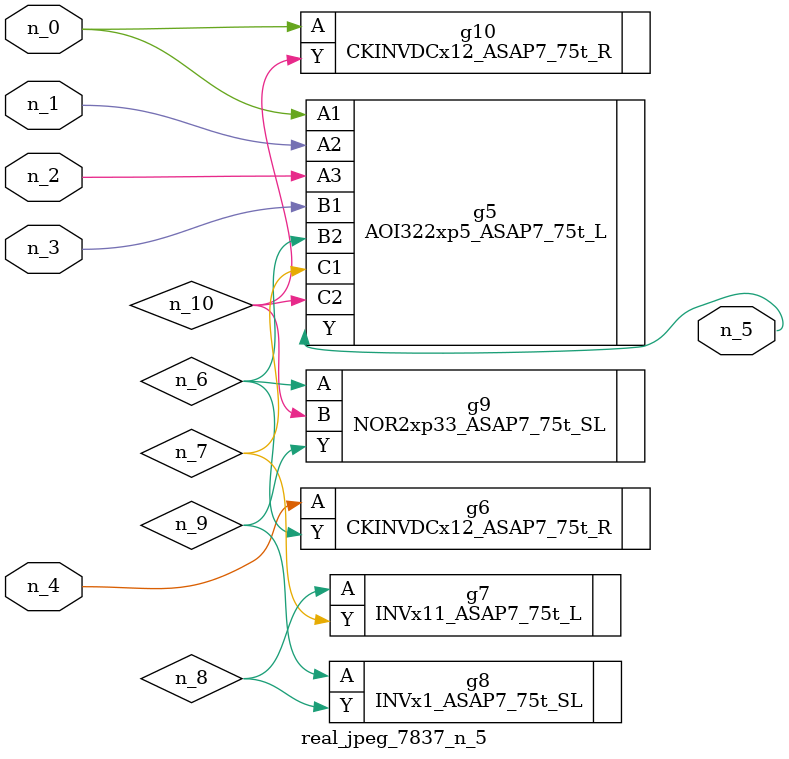
<source format=v>
module real_jpeg_7837_n_5 (n_4, n_0, n_1, n_2, n_3, n_5);

input n_4;
input n_0;
input n_1;
input n_2;
input n_3;

output n_5;

wire n_8;
wire n_6;
wire n_7;
wire n_10;
wire n_9;

AOI322xp5_ASAP7_75t_L g5 ( 
.A1(n_0),
.A2(n_1),
.A3(n_2),
.B1(n_3),
.B2(n_6),
.C1(n_7),
.C2(n_10),
.Y(n_5)
);

CKINVDCx12_ASAP7_75t_R g10 ( 
.A(n_0),
.Y(n_10)
);

CKINVDCx12_ASAP7_75t_R g6 ( 
.A(n_4),
.Y(n_6)
);

NOR2xp33_ASAP7_75t_SL g9 ( 
.A(n_6),
.B(n_10),
.Y(n_9)
);

INVx11_ASAP7_75t_L g7 ( 
.A(n_8),
.Y(n_7)
);

INVx1_ASAP7_75t_SL g8 ( 
.A(n_9),
.Y(n_8)
);


endmodule
</source>
